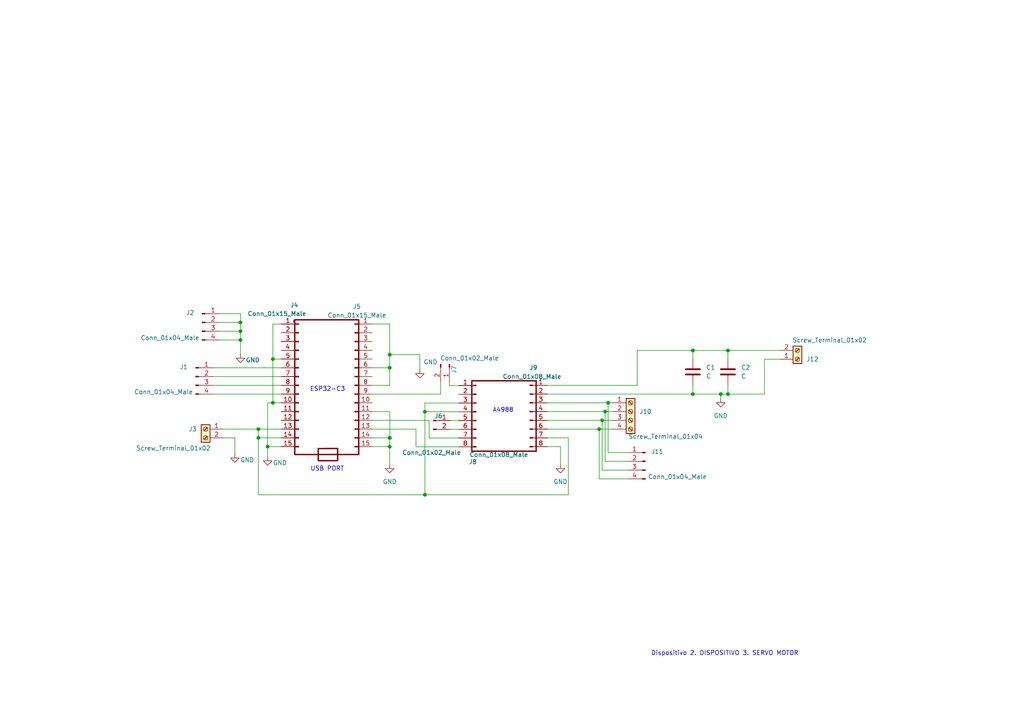
<source format=kicad_sch>
(kicad_sch (version 20211123) (generator eeschema)
  (paper "A4")
  (lib_symbols
    (symbol "Connector:Conn_01x02_Male" (pin_names (offset 1.016) hide)
      (property "Reference" "J" (at 0 2.54 0))
      (property "Value" "Conn_01x02_Male" (at 0 -5.08 0))
      (symbol "Conn_01x02_Male_1_1"
        (polyline (pts (xy 1.27 -2.54) (xy 0.8636 -2.54)) (stroke (width 0.1524)))
        (polyline (pts (xy 1.27 0) (xy 0.8636 0)) (stroke (width 0.1524)))
        (rectangle (start 0.8636 -2.413) (end 0 -2.667) (stroke (width 0.1524)) (fill (type outline)))
        (rectangle (start 0.8636 0.127) (end 0 -0.127) (stroke (width 0.1524)) (fill (type outline)))
        (pin passive line (at 5.08 0 180) (length 3.81) (name "Pin_1") (number "1"))
        (pin passive line (at 5.08 -2.54 180) (length 3.81) (name "Pin_2") (number "2"))
      )
    )
    (symbol "Connector:Conn_01x04_Male" (pin_names (offset 1.016) hide)
      (property "Reference" "J" (at 0 5.08 0))
      (property "Value" "Conn_01x04_Male" (at 0 -7.62 0))
      (symbol "Conn_01x04_Male_1_1"
        (polyline (pts (xy 1.27 -5.08) (xy 0.8636 -5.08)) (stroke (width 0.1524)))
        (polyline (pts (xy 1.27 -2.54) (xy 0.8636 -2.54)) (stroke (width 0.1524)))
        (polyline (pts (xy 1.27 0) (xy 0.8636 0)) (stroke (width 0.1524)))
        (polyline (pts (xy 1.27 2.54) (xy 0.8636 2.54)) (stroke (width 0.1524)))
        (rectangle (start 0.8636 -4.953) (end 0 -5.207) (stroke (width 0.1524)) (fill (type outline)))
        (rectangle (start 0.8636 -2.413) (end 0 -2.667) (stroke (width 0.1524)) (fill (type outline)))
        (rectangle (start 0.8636 0.127) (end 0 -0.127) (stroke (width 0.1524)) (fill (type outline)))
        (rectangle (start 0.8636 2.667) (end 0 2.413) (stroke (width 0.1524)) (fill (type outline)))
        (pin passive line (at 5.08 2.54 180) (length 3.81) (name "Pin_1") (number "1"))
        (pin passive line (at 5.08 0 180) (length 3.81) (name "Pin_2") (number "2"))
        (pin passive line (at 5.08 -2.54 180) (length 3.81) (name "Pin_3") (number "3"))
        (pin passive line (at 5.08 -5.08 180) (length 3.81) (name "Pin_4") (number "4"))
      )
    )
    (symbol "Connector:Conn_01x08_Male" (pin_names (offset 1.016) hide)
      (property "Reference" "J" (at 0 10.16 0))
      (property "Value" "Conn_01x08_Male" (at 0 -12.7 0))
      (symbol "Conn_01x08_Male_1_1"
        (polyline (pts (xy 1.27 -10.16) (xy 0.8636 -10.16)) (stroke (width 0.1524)))
        (polyline (pts (xy 1.27 -7.62) (xy 0.8636 -7.62)) (stroke (width 0.1524)))
        (polyline (pts (xy 1.27 -5.08) (xy 0.8636 -5.08)) (stroke (width 0.1524)))
        (polyline (pts (xy 1.27 -2.54) (xy 0.8636 -2.54)) (stroke (width 0.1524)))
        (polyline (pts (xy 1.27 0) (xy 0.8636 0)) (stroke (width 0.1524)))
        (polyline (pts (xy 1.27 2.54) (xy 0.8636 2.54)) (stroke (width 0.1524)))
        (polyline (pts (xy 1.27 5.08) (xy 0.8636 5.08)) (stroke (width 0.1524)))
        (polyline (pts (xy 1.27 7.62) (xy 0.8636 7.62)) (stroke (width 0.1524)))
        (rectangle (start 0.8636 -10.033) (end 0 -10.287) (stroke (width 0.1524)) (fill (type outline)))
        (rectangle (start 0.8636 -7.493) (end 0 -7.747) (stroke (width 0.1524)) (fill (type outline)))
        (rectangle (start 0.8636 -4.953) (end 0 -5.207) (stroke (width 0.1524)) (fill (type outline)))
        (rectangle (start 0.8636 -2.413) (end 0 -2.667) (stroke (width 0.1524)) (fill (type outline)))
        (rectangle (start 0.8636 0.127) (end 0 -0.127) (stroke (width 0.1524)) (fill (type outline)))
        (rectangle (start 0.8636 2.667) (end 0 2.413) (stroke (width 0.1524)) (fill (type outline)))
        (rectangle (start 0.8636 5.207) (end 0 4.953) (stroke (width 0.1524)) (fill (type outline)))
        (rectangle (start 0.8636 7.747) (end 0 7.493) (stroke (width 0.1524)) (fill (type outline)))
        (pin passive line (at 5.08 7.62 180) (length 3.81) (name "Pin_1") (number "1"))
        (pin passive line (at 5.08 5.08 180) (length 3.81) (name "Pin_2") (number "2"))
        (pin passive line (at 5.08 2.54 180) (length 3.81) (name "Pin_3") (number "3"))
        (pin passive line (at 5.08 0 180) (length 3.81) (name "Pin_4") (number "4"))
        (pin passive line (at 5.08 -2.54 180) (length 3.81) (name "Pin_5") (number "5"))
        (pin passive line (at 5.08 -5.08 180) (length 3.81) (name "Pin_6") (number "6"))
        (pin passive line (at 5.08 -7.62 180) (length 3.81) (name "Pin_7") (number "7"))
        (pin passive line (at 5.08 -10.16 180) (length 3.81) (name "Pin_8") (number "8"))
      )
    )
    (symbol "Connector:Conn_01x15_Male" (pin_names (offset 1.016) hide)
      (property "Reference" "J" (at 0 20.32 0))
      (property "Value" "Conn_01x15_Male" (at 0 -20.32 0))
      (symbol "Conn_01x15_Male_1_1"
        (polyline (pts (xy 1.27 -17.78) (xy 0.8636 -17.78)) (stroke (width 0.1524)))
        (polyline (pts (xy 1.27 -15.24) (xy 0.8636 -15.24)) (stroke (width 0.1524)))
        (polyline (pts (xy 1.27 -12.7) (xy 0.8636 -12.7)) (stroke (width 0.1524)))
        (polyline (pts (xy 1.27 -10.16) (xy 0.8636 -10.16)) (stroke (width 0.1524)))
        (polyline (pts (xy 1.27 -7.62) (xy 0.8636 -7.62)) (stroke (width 0.1524)))
        (polyline (pts (xy 1.27 -5.08) (xy 0.8636 -5.08)) (stroke (width 0.1524)))
        (polyline (pts (xy 1.27 -2.54) (xy 0.8636 -2.54)) (stroke (width 0.1524)))
        (polyline (pts (xy 1.27 0) (xy 0.8636 0)) (stroke (width 0.1524)))
        (polyline (pts (xy 1.27 2.54) (xy 0.8636 2.54)) (stroke (width 0.1524)))
        (polyline (pts (xy 1.27 5.08) (xy 0.8636 5.08)) (stroke (width 0.1524)))
        (polyline (pts (xy 1.27 7.62) (xy 0.8636 7.62)) (stroke (width 0.1524)))
        (polyline (pts (xy 1.27 10.16) (xy 0.8636 10.16)) (stroke (width 0.1524)))
        (polyline (pts (xy 1.27 12.7) (xy 0.8636 12.7)) (stroke (width 0.1524)))
        (polyline (pts (xy 1.27 15.24) (xy 0.8636 15.24)) (stroke (width 0.1524)))
        (polyline (pts (xy 1.27 17.78) (xy 0.8636 17.78)) (stroke (width 0.1524)))
        (rectangle (start 0.8636 -17.653) (end 0 -17.907) (stroke (width 0.1524)) (fill (type outline)))
        (rectangle (start 0.8636 -15.113) (end 0 -15.367) (stroke (width 0.1524)) (fill (type outline)))
        (rectangle (start 0.8636 -12.573) (end 0 -12.827) (stroke (width 0.1524)) (fill (type outline)))
        (rectangle (start 0.8636 -10.033) (end 0 -10.287) (stroke (width 0.1524)) (fill (type outline)))
        (rectangle (start 0.8636 -7.493) (end 0 -7.747) (stroke (width 0.1524)) (fill (type outline)))
        (rectangle (start 0.8636 -4.953) (end 0 -5.207) (stroke (width 0.1524)) (fill (type outline)))
        (rectangle (start 0.8636 -2.413) (end 0 -2.667) (stroke (width 0.1524)) (fill (type outline)))
        (rectangle (start 0.8636 0.127) (end 0 -0.127) (stroke (width 0.1524)) (fill (type outline)))
        (rectangle (start 0.8636 2.667) (end 0 2.413) (stroke (width 0.1524)) (fill (type outline)))
        (rectangle (start 0.8636 5.207) (end 0 4.953) (stroke (width 0.1524)) (fill (type outline)))
        (rectangle (start 0.8636 7.747) (end 0 7.493) (stroke (width 0.1524)) (fill (type outline)))
        (rectangle (start 0.8636 10.287) (end 0 10.033) (stroke (width 0.1524)) (fill (type outline)))
        (rectangle (start 0.8636 12.827) (end 0 12.573) (stroke (width 0.1524)) (fill (type outline)))
        (rectangle (start 0.8636 15.367) (end 0 15.113) (stroke (width 0.1524)) (fill (type outline)))
        (rectangle (start 0.8636 17.907) (end 0 17.653) (stroke (width 0.1524)) (fill (type outline)))
        (pin passive line (at 5.08 17.78 180) (length 3.81) (name "Pin_1") (number "1"))
        (pin passive line (at 5.08 -5.08 180) (length 3.81) (name "Pin_10") (number "10"))
        (pin passive line (at 5.08 -7.62 180) (length 3.81) (name "Pin_11") (number "11"))
        (pin passive line (at 5.08 -10.16 180) (length 3.81) (name "Pin_12") (number "12"))
        (pin passive line (at 5.08 -12.7 180) (length 3.81) (name "Pin_13") (number "13"))
        (pin passive line (at 5.08 -15.24 180) (length 3.81) (name "Pin_14") (number "14"))
        (pin passive line (at 5.08 -17.78 180) (length 3.81) (name "Pin_15") (number "15"))
        (pin passive line (at 5.08 15.24 180) (length 3.81) (name "Pin_2") (number "2"))
        (pin passive line (at 5.08 12.7 180) (length 3.81) (name "Pin_3") (number "3"))
        (pin passive line (at 5.08 10.16 180) (length 3.81) (name "Pin_4") (number "4"))
        (pin passive line (at 5.08 7.62 180) (length 3.81) (name "Pin_5") (number "5"))
        (pin passive line (at 5.08 5.08 180) (length 3.81) (name "Pin_6") (number "6"))
        (pin passive line (at 5.08 2.54 180) (length 3.81) (name "Pin_7") (number "7"))
        (pin passive line (at 5.08 0 180) (length 3.81) (name "Pin_8") (number "8"))
        (pin passive line (at 5.08 -2.54 180) (length 3.81) (name "Pin_9") (number "9"))
      )
    )
    (symbol "Connector:Screw_Terminal_01x02" (pin_names (offset 1.016) hide)
      (property "Reference" "J" (at 0 2.54 0))
      (property "Value" "Screw_Terminal_01x02" (at 0 -5.08 0))
      (symbol "Screw_Terminal_01x02_1_1"
        (rectangle (start -1.27 1.27) (end 1.27 -3.81) (stroke (width 0.254)) (fill (type background)))
        (circle (center 0 -2.54) (radius 0.635) (stroke (width 0.1524)))
        (polyline (pts (xy -0.5334 -2.2098) (xy 0.3302 -3.048)) (stroke (width 0.1524)))
        (polyline (pts (xy -0.5334 0.3302) (xy 0.3302 -0.508)) (stroke (width 0.1524)))
        (polyline (pts (xy -0.3556 -2.032) (xy 0.508 -2.8702)) (stroke (width 0.1524)))
        (polyline (pts (xy -0.3556 0.508) (xy 0.508 -0.3302)) (stroke (width 0.1524)))
        (circle (center 0 0) (radius 0.635) (stroke (width 0.1524)))
        (pin passive line (at -5.08 0 0) (length 3.81) (name "Pin_1") (number "1"))
        (pin passive line (at -5.08 -2.54 0) (length 3.81) (name "Pin_2") (number "2"))
      )
    )
    (symbol "Connector:Screw_Terminal_01x04" (pin_names (offset 1.016) hide)
      (property "Reference" "J" (at 0 5.08 0))
      (property "Value" "Screw_Terminal_01x04" (at 0 -7.62 0))
      (symbol "Screw_Terminal_01x04_1_1"
        (rectangle (start -1.27 3.81) (end 1.27 -6.35) (stroke (width 0.254)) (fill (type background)))
        (circle (center 0 -5.08) (radius 0.635) (stroke (width 0.1524)))
        (circle (center 0 -2.54) (radius 0.635) (stroke (width 0.1524)))
        (polyline (pts (xy -0.5334 -4.7498) (xy 0.3302 -5.588)) (stroke (width 0.1524)))
        (polyline (pts (xy -0.5334 -2.2098) (xy 0.3302 -3.048)) (stroke (width 0.1524)))
        (polyline (pts (xy -0.5334 0.3302) (xy 0.3302 -0.508)) (stroke (width 0.1524)))
        (polyline (pts (xy -0.5334 2.8702) (xy 0.3302 2.032)) (stroke (width 0.1524)))
        (polyline (pts (xy -0.3556 -4.572) (xy 0.508 -5.4102)) (stroke (width 0.1524)))
        (polyline (pts (xy -0.3556 -2.032) (xy 0.508 -2.8702)) (stroke (width 0.1524)))
        (polyline (pts (xy -0.3556 0.508) (xy 0.508 -0.3302)) (stroke (width 0.1524)))
        (polyline (pts (xy -0.3556 3.048) (xy 0.508 2.2098)) (stroke (width 0.1524)))
        (circle (center 0 0) (radius 0.635) (stroke (width 0.1524)))
        (circle (center 0 2.54) (radius 0.635) (stroke (width 0.1524)))
        (pin passive line (at -5.08 2.54 0) (length 3.81) (name "Pin_1") (number "1"))
        (pin passive line (at -5.08 0 0) (length 3.81) (name "Pin_2") (number "2"))
        (pin passive line (at -5.08 -2.54 0) (length 3.81) (name "Pin_3") (number "3"))
        (pin passive line (at -5.08 -5.08 0) (length 3.81) (name "Pin_4") (number "4"))
      )
    )
    (symbol "Device:C" (pin_numbers hide) (pin_names (offset 0.254))
      (property "Reference" "C" (at 0.635 2.54 0))
      (property "Value" "C" (at 0.635 -2.54 0))
      (symbol "C_0_1"
        (polyline (pts (xy -2.032 -0.762) (xy 2.032 -0.762)) (stroke (width 0.508)))
        (polyline (pts (xy -2.032 0.762) (xy 2.032 0.762)) (stroke (width 0.508)))
      )
      (symbol "C_1_1"
        (pin passive line (at 0 3.81 270) (length 2.794) (name "~") (number "1"))
        (pin passive line (at 0 -3.81 90) (length 2.794) (name "~") (number "2"))
      )
    )
    (symbol "power:GND" (power) (pin_names (offset 0))
      (property "Value" "GND" (at 0 -3.81 0))
      (symbol "GND_0_1"
        (polyline (pts (xy 0 0) (xy 0 -1.27) (xy 1.27 -1.27) (xy 0 -2.54) (xy -1.27 -1.27) (xy 0 -1.27)))
      )
      (symbol "GND_1_1"
        (pin power_in line (at 0 0 270) (length 0) hide (name "GND") (number "1"))
      )
    )
  )
  (junction (at 77.6224 129.54))
  (junction (at 69.7484 96.0628))
  (junction (at 113.03 106.68))
  (junction (at 74.93 127))
  (junction (at 123.2408 143.51))
  (junction (at 174.6504 121.92))
  (junction (at 200.9648 114.3))
  (junction (at 74.93 124.46))
  (junction (at 211.1248 101.6508))
  (junction (at 200.9648 101.6508))
  (junction (at 123.2408 119.4308))
  (junction (at 113.03 127))
  (junction (at 209.042 114.3))
  (junction (at 69.7484 98.6028))
  (junction (at 175.514 119.38))
  (junction (at 113.03 102.87))
  (junction (at 211.1248 114.3))
  (junction (at 79.1464 104.14))
  (junction (at 176.3776 116.84))
  (junction (at 79.1464 116.84))
  (junction (at 113.03 129.54))
  (junction (at 69.7484 93.5228))
  (junction (at 113.0808 127))
  (junction (at 173.7868 124.46))
  (wire (pts (xy 113.03 127) (xy 113.03 129.54)))
  (wire (pts (xy 61.8236 111.76) (xy 81.5848 111.76)))
  (polyline (pts (xy 155.4988 130.8608) (xy 155.4988 110.4392)) (stroke (width 0.4) (type solid) (color 132 0 0 1)))
  (wire (pts (xy 121.7676 102.87) (xy 113.03 102.87)))
  (wire (pts (xy 174.6504 136.3472) (xy 174.6504 121.92)))
  (wire (pts (xy 107.95 119.38) (xy 113.0808 119.38)))
  (wire (pts (xy 158.75 121.92) (xy 174.6504 121.92)))
  (wire (pts (xy 164.846 127) (xy 164.846 143.51)))
  (wire (pts (xy 124.46 121.92) (xy 107.95 121.92)))
  (wire (pts (xy 120.65 129.5908) (xy 120.65 124.46)))
  (wire (pts (xy 123.2408 143.51) (xy 164.846 143.51)))
  (wire (pts (xy 200.9648 101.6508) (xy 211.1248 101.6508)))
  (wire (pts (xy 79.1464 93.98) (xy 81.5848 93.98)))
  (wire (pts (xy 174.6504 121.92) (xy 177.8 121.92)))
  (wire (pts (xy 130.7592 124.5108) (xy 133.0452 124.5108)))
  (polyline (pts (xy 104.0384 131.826) (xy 104.0384 92.8116)) (stroke (width 0.4) (type solid) (color 132 0 0 1)))
  (wire (pts (xy 133.0452 111.8108) (xy 130.3528 111.8108)))
  (wire (pts (xy 64.7192 124.46) (xy 74.93 124.46)))
  (wire (pts (xy 158.75 129.54) (xy 162.56 129.54)))
  (wire (pts (xy 200.9648 114.3) (xy 209.042 114.3)))
  (wire (pts (xy 211.1248 114.3) (xy 221.742 114.3)))
  (wire (pts (xy 69.7484 96.0628) (xy 69.7484 98.6028)))
  (polyline (pts (xy 97.9424 133.5532) (xy 97.9315 130.2619)) (stroke (width 0.4) (type solid) (color 132 0 0 1)))
  (polyline (pts (xy 85.1916 93.4212) (xy 85.0392 93.4212)))
  (polyline (pts (xy 136.906 130.8608) (xy 155.4988 130.8608)) (stroke (width 0.4) (type solid) (color 132 0 0 1)))
  (wire (pts (xy 74.93 127) (xy 74.93 143.51)))
  (wire (pts (xy 123.2408 119.4308) (xy 123.2408 143.51)))
  (wire (pts (xy 107.95 127) (xy 113.03 127)))
  (wire (pts (xy 79.1464 104.14) (xy 81.5848 104.14)))
  (wire (pts (xy 130.7592 121.9708) (xy 133.0452 121.9708)))
  (wire (pts (xy 211.1248 101.6508) (xy 226.2124 101.6508)))
  (wire (pts (xy 81.5848 129.54) (xy 77.6224 129.54)))
  (wire (pts (xy 63.7032 98.6028) (xy 69.7484 98.6028)))
  (wire (pts (xy 175.514 119.38) (xy 177.8 119.38)))
  (wire (pts (xy 61.8236 109.22) (xy 81.5848 109.22)))
  (wire (pts (xy 200.9648 101.6508) (xy 200.9648 104.0384)))
  (wire (pts (xy 107.95 106.68) (xy 113.03 106.68)))
  (wire (pts (xy 113.03 106.68) (xy 113.03 111.76)))
  (wire (pts (xy 69.7484 90.9828) (xy 69.7484 93.5228)))
  (wire (pts (xy 158.75 127) (xy 164.846 127)))
  (polyline (pts (xy 92.3143 133.6149) (xy 97.8916 133.604)) (stroke (width 0.4) (type solid) (color 132 0 0 1)))
  (wire (pts (xy 182.118 133.8072) (xy 175.514 133.8072)))
  (polyline (pts (xy 85.4964 131.826) (xy 104.0384 131.826)) (stroke (width 0.4) (type solid) (color 132 0 0 1)))
  (wire (pts (xy 182.118 136.3472) (xy 174.6504 136.3472)))
  (wire (pts (xy 79.1464 93.98) (xy 79.1464 104.14)))
  (wire (pts (xy 63.7032 96.0628) (xy 69.7484 96.0628)))
  (wire (pts (xy 77.6224 129.54) (xy 77.6224 132.3848)))
  (wire (pts (xy 69.7484 93.5228) (xy 69.7484 96.0628)))
  (wire (pts (xy 158.75 119.38) (xy 175.514 119.38)))
  (wire (pts (xy 221.742 114.3) (xy 221.742 104.1908)))
  (wire (pts (xy 81.5848 124.46) (xy 74.93 124.46)))
  (wire (pts (xy 133.0452 116.8908) (xy 123.2408 116.8908)))
  (wire (pts (xy 130.3528 111.8108) (xy 130.3528 110.744)))
  (wire (pts (xy 113.0808 119.38) (xy 113.0808 127)))
  (wire (pts (xy 221.742 104.1908) (xy 226.2124 104.1908)))
  (wire (pts (xy 162.56 129.54) (xy 162.56 134.62)))
  (wire (pts (xy 211.1248 101.6508) (xy 211.1248 104.0384)))
  (wire (pts (xy 182.118 131.2672) (xy 176.3776 131.2672)))
  (wire (pts (xy 79.1464 104.14) (xy 79.1464 116.84)))
  (wire (pts (xy 107.95 114.3) (xy 127.8128 114.3)))
  (wire (pts (xy 107.95 93.98) (xy 113.03 93.98)))
  (wire (pts (xy 158.75 114.3) (xy 200.9648 114.3)))
  (wire (pts (xy 200.9648 111.6584) (xy 200.9648 114.3)))
  (wire (pts (xy 127.8128 110.744) (xy 127.8128 114.3)))
  (polyline (pts (xy 136.906 110.4392) (xy 155.4988 110.4392)) (stroke (width 0.4) (type solid) (color 132 0 0 1)))
  (wire (pts (xy 63.7032 93.5228) (xy 69.7484 93.5228)))
  (wire (pts (xy 64.7192 127) (xy 68.1228 127)))
  (wire (pts (xy 124.46 127.0508) (xy 124.46 121.92)))
  (wire (pts (xy 120.65 124.46) (xy 107.95 124.46)))
  (polyline (pts (xy 103.9368 92.7608) (xy 85.4964 92.7608)) (stroke (width 0.4) (type solid) (color 132 0 0 1)))
  (wire (pts (xy 209.042 114.3) (xy 209.042 115.5192)))
  (wire (pts (xy 133.0452 119.4308) (xy 123.2408 119.4308)))
  (wire (pts (xy 173.7868 138.8872) (xy 173.7868 124.46)))
  (wire (pts (xy 61.8236 114.3) (xy 81.5848 114.3)))
  (polyline (pts (xy 92.3544 130.0988) (xy 97.9317 130.0879)) (stroke (width 0.4) (type solid) (color 132 0 0 1)))
  (wire (pts (xy 81.5848 116.84) (xy 79.1464 116.84)))
  (wire (pts (xy 113.03 129.54) (xy 113.03 134.62)))
  (wire (pts (xy 182.118 138.8872) (xy 173.7868 138.8872)))
  (wire (pts (xy 123.2408 116.8908) (xy 123.2408 119.4308)))
  (wire (pts (xy 68.1228 127) (xy 68.1228 131.572)))
  (polyline (pts (xy 92.3036 133.4516) (xy 92.2927 130.1603)) (stroke (width 0.4) (type solid) (color 132 0 0 1)))
  (wire (pts (xy 176.3776 116.84) (xy 177.8 116.84)))
  (wire (pts (xy 158.75 111.76) (xy 184.8104 111.76)))
  (wire (pts (xy 121.7676 107.0864) (xy 121.7676 102.87)))
  (wire (pts (xy 184.8104 111.76) (xy 184.8104 101.6508)))
  (wire (pts (xy 173.7868 124.46) (xy 177.8 124.46)))
  (wire (pts (xy 74.93 124.46) (xy 74.93 127)))
  (wire (pts (xy 61.8236 106.68) (xy 81.5848 106.68)))
  (wire (pts (xy 79.1464 116.84) (xy 77.6224 116.84)))
  (wire (pts (xy 124.46 127.0508) (xy 133.0452 127.0508)))
  (wire (pts (xy 209.042 114.3) (xy 211.1248 114.3)))
  (wire (pts (xy 120.65 129.5908) (xy 133.0452 129.5908)))
  (wire (pts (xy 74.93 127) (xy 81.5848 127)))
  (wire (pts (xy 113.0808 127) (xy 113.03 127)))
  (wire (pts (xy 184.8104 101.6508) (xy 200.9648 101.6508)))
  (wire (pts (xy 77.6224 116.84) (xy 77.6224 129.54)))
  (wire (pts (xy 69.7484 98.6028) (xy 69.7484 102.616)))
  (polyline (pts (xy 85.4964 92.8116) (xy 85.4964 131.826)) (stroke (width 0.4) (type solid) (color 132 0 0 1)))
  (wire (pts (xy 63.7032 90.9828) (xy 69.7484 90.9828)))
  (wire (pts (xy 107.95 129.54) (xy 113.03 129.54)))
  (polyline (pts (xy 136.8552 110.49) (xy 136.8552 130.81)) (stroke (width 0.4) (type solid) (color 132 0 0 1)))
  (wire (pts (xy 74.93 143.51) (xy 123.2408 143.51)))
  (wire (pts (xy 113.03 93.98) (xy 113.03 102.87)))
  (polyline (pts (xy 85.1916 92.8116) (xy 85.1916 93.4212)))
  (wire (pts (xy 176.3776 131.2672) (xy 176.3776 116.84)))
  (wire (pts (xy 107.95 111.76) (xy 113.03 111.76)))
  (wire (pts (xy 158.75 124.46) (xy 173.7868 124.46)))
  (wire (pts (xy 158.75 116.84) (xy 176.3776 116.84)))
  (wire (pts (xy 211.1248 111.6584) (xy 211.1248 114.3)))
  (wire (pts (xy 113.03 102.87) (xy 113.03 106.68)))
  (wire (pts (xy 175.514 133.8072) (xy 175.514 119.38)))
  (text "ESP32-C3" (at 89.8652 113.6904 0) (effects (font (size 1.27 1.27)) (justify left bottom)))
  (text "Dispositivo 2. DISPOSITIVO 3. SERVO MOTOR" (at 188.8236 190.2968 0) (effects (font (size 1.27 1.27)) (justify left bottom)))
  (text "A4988" (at 142.8496 119.7864 0) (effects (font (size 1.27 1.27)) (justify left bottom)))
  (text "USB PORT" (at 90.0176 136.8044 0) (effects (font (size 1.27 1.27)) (justify left bottom)))
  (symbol (lib_id "Connector:Screw_Terminal_01x02") (at 231.2924 104.1908 0) (mirror x) (unit 1)
    (property "Reference" "J12" (at 233.8324 104.1909 0) (effects (justify left)))
    (property "Value" "Screw_Terminal_01x02" (at 229.8192 98.6536 0) (effects (justify left)))
    (property "Footprint" "Connector_Phoenix_MC_HighVoltage:PhoenixContact_MCV_1,5_2-G-5.08_1x02_P5.08mm_Vertical" (effects hide))
    (property "Reference" "J12" (effects hide))
    (property "Value" "Screw_Terminal_01x02" (effects hide))
  )
  (symbol (lib_id "Connector:Conn_01x15_Male") (at 86.6648 111.76 0) (mirror y) (unit 1)
    (property "Reference" "J4" (at 84.1756 88.4936 0) (effects (justify right)))
    (property "Value" "Conn_01x15_Male" (at 71.7804 90.9828 0) (effects (justify right)))
    (property "Footprint" "Connector_PinHeader_2.54mm:PinHeader_1x15_P2.54mm_Vertical" (effects hide))
    (property "Reference" "J4" (effects hide))
    (property "Value" "Conn_01x15_Male" (effects hide))
  )
  (symbol (lib_id "Device:C") (at 200.9648 107.8484 0) (unit 1)
    (property "Reference" "C1" (at 204.7748 106.5783 0) (effects (justify left)))
    (property "Value" "C" (at 204.7748 109.1183 0) (effects (justify left)))
    (property "Footprint" "Capacitor_THT:CP_Radial_D8.0mm_P5.00mm" (effects hide))
    (property "Footprint" "Capacitor_THT:CP_Radial_D8.0mm_P5.00mm" (effects hide))
    (property "Reference" "C1" (effects hide))
    (property "Value" "C" (effects hide))
  )
  (symbol (lib_id "Connector:Conn_01x08_Male") (at 153.67 119.38 0) (unit 1)
    (property "Reference" "J9" (at 154.7368 106.6292 0))
    (property "Value" "Conn_01x08_Male" (at 154.305 109.22 0))
    (property "Footprint" "Connector_PinHeader_2.54mm:PinHeader_1x08_P2.54mm_Vertical" (effects hide))
    (property "Reference" "J9" (effects hide))
    (property "Value" "Conn_01x08_Male" (effects hide))
  )
  (symbol (lib_id "power:GND") (at 77.6224 132.3848 0) (unit 1)
    (property "Reference" "#PWR03" (effects hide))
    (property "Value" "GND" (at 81.1784 134.2136 0))
  )
  (symbol (lib_id "power:GND") (at 69.7484 102.616 0) (unit 1)
    (property "Reference" "#PWR02" (effects hide))
    (property "Value" "GND" (at 73.3044 104.4448 0))
  )
  (symbol (lib_id "power:GND") (at 68.1228 131.572 0) (unit 1)
    (property "Reference" "#PWR01" (effects hide))
    (property "Value" "GND" (at 71.6788 133.4008 0))
  )
  (symbol (lib_id "Connector:Screw_Terminal_01x04") (at 182.88 119.38 0) (unit 1)
    (property "Reference" "J10" (at 185.42 119.3799 0) (effects (justify left)))
    (property "Value" "Screw_Terminal_01x04" (at 182.2704 126.5936 0) (effects (justify left)))
    (property "Footprint" "Connector_Phoenix_MC_HighVoltage:PhoenixContact_MCV_1,5_4-G-5.08_1x04_P5.08mm_Vertical" (effects hide))
    (property "Reference" "J10" (effects hide))
    (property "Value" "Screw_Terminal_01x04" (effects hide))
  )
  (symbol (lib_id "Device:C") (at 211.1248 107.8484 0) (unit 1)
    (property "Reference" "C2" (at 214.9348 106.5783 0) (effects (justify left)))
    (property "Value" "C" (at 214.9348 109.1183 0) (effects (justify left)))
    (property "Footprint" "Capacitor_THT:CP_Radial_D8.0mm_P5.00mm" (effects hide))
    (property "Footprint" "Capacitor_THT:CP_Radial_D8.0mm_P5.00mm" (effects hide))
    (property "Reference" "C2" (effects hide))
    (property "Value" "C" (effects hide))
  )
  (symbol (lib_id "Connector:Conn_01x02_Male") (at 125.6792 121.9708 0) (unit 1)
    (property "Reference" "J6" (at 127.2032 120.65 0))
    (property "Value" "Conn_01x02_Male" (at 125.1712 131.2672 0))
    (property "Footprint" "Connector_PinHeader_2.54mm:PinHeader_1x02_P2.54mm_Vertical" (effects hide))
  )
  (symbol (lib_id "Connector:Conn_01x02_Male") (at 130.3528 105.664 270) (unit 1)
    (property "Reference" "J7" (at 131.6736 107.188 0))
    (property "Value" "Conn_01x02_Male" (at 136.1948 103.886 90))
    (property "Footprint" "Connector_PinHeader_2.54mm:PinHeader_1x02_P2.54mm_Vertical" (effects hide))
  )
  (symbol (lib_id "Connector:Conn_01x15_Male") (at 102.87 111.76 0) (unit 1)
    (property "Reference" "J5" (at 103.505 88.9 0))
    (property "Value" "Conn_01x15_Male" (at 103.505 91.44 0))
    (property "Footprint" "Connector_PinHeader_2.54mm:PinHeader_1x15_P2.54mm_Vertical" (effects hide))
    (property "Reference" "J5" (effects hide))
    (property "Value" "Conn_01x15_Male" (effects hide))
  )
  (symbol (lib_id "Connector:Screw_Terminal_01x02") (at 59.6392 124.46 0) (mirror y) (unit 1)
    (property "Reference" "J3" (at 57.0992 124.4599 0) (effects (justify left)))
    (property "Value" "Screw_Terminal_01x02" (at 61.1124 129.9972 0) (effects (justify left)))
    (property "Footprint" "Connector_Phoenix_MC_HighVoltage:PhoenixContact_MCV_1,5_2-G-5.08_1x02_P5.08mm_Vertical" (effects hide))
    (property "Reference" "J3" (effects hide))
    (property "Value" "Screw_Terminal_01x02" (effects hide))
  )
  (symbol (lib_id "power:GND") (at 121.7676 107.0864 0) (unit 1)
    (property "Reference" "#PWR05" (effects hide))
    (property "Value" "GND" (at 124.8664 105.0036 0))
  )
  (symbol (lib_id "power:GND") (at 209.042 115.5192 0) (unit 1)
    (property "Reference" "#PWR07" (effects hide))
    (property "Value" "GND" (at 209.042 120.5992 0))
  )
  (symbol (lib_id "power:GND") (at 113.03 134.62 0) (unit 1)
    (property "Reference" "#PWR04" (effects hide))
    (property "Value" "GND" (at 113.03 139.7 0))
  )
  (symbol (lib_id "Connector:Conn_01x08_Male") (at 138.1252 119.4308 0) (mirror y) (unit 1)
    (property "Reference" "J8" (at 135.9408 133.9596 0) (effects (justify right)))
    (property "Value" "Conn_01x08_Male" (at 136.144 131.8768 0) (effects (justify right)))
    (property "Footprint" "Connector_PinHeader_2.54mm:PinHeader_1x08_P2.54mm_Vertical" (effects hide))
    (property "Reference" "J8" (effects hide))
    (property "Value" "Conn_01x08_Male" (effects hide))
  )
  (symbol (lib_id "power:GND") (at 162.56 134.62 0) (unit 1)
    (property "Reference" "#PWR06" (effects hide))
    (property "Value" "GND" (at 162.56 139.7 0))
  )
  (symbol (lib_id "Connector:Conn_01x04_Male") (at 187.198 133.8072 0) (mirror y) (unit 1)
    (property "Reference" "J11" (at 190.6524 131.0132 0))
    (property "Value" "Conn_01x04_Male" (at 196.4944 138.2776 0))
    (property "Footprint" "Connector_PinHeader_2.54mm:PinHeader_1x04_P2.54mm_Horizontal" (effects hide))
  )
  (symbol (lib_id "Connector:Conn_01x04_Male") (at 56.7436 109.22 0) (unit 1)
    (property "Reference" "J1" (at 53.2892 106.426 0))
    (property "Value" "Conn_01x04_Male" (at 47.4472 113.6904 0))
    (property "Footprint" "Connector_PinHeader_2.54mm:PinHeader_1x04_P2.54mm_Horizontal" (effects hide))
  )
  (symbol (lib_id "Connector:Conn_01x04_Male") (at 58.6232 93.5228 0) (unit 1)
    (property "Reference" "J2" (at 55.1688 90.7288 0))
    (property "Value" "Conn_01x04_Male" (at 49.3268 97.9932 0))
    (property "Footprint" "Connector_PinHeader_2.54mm:PinHeader_1x04_P2.54mm_Horizontal" (effects hide))
  )
)
</source>
